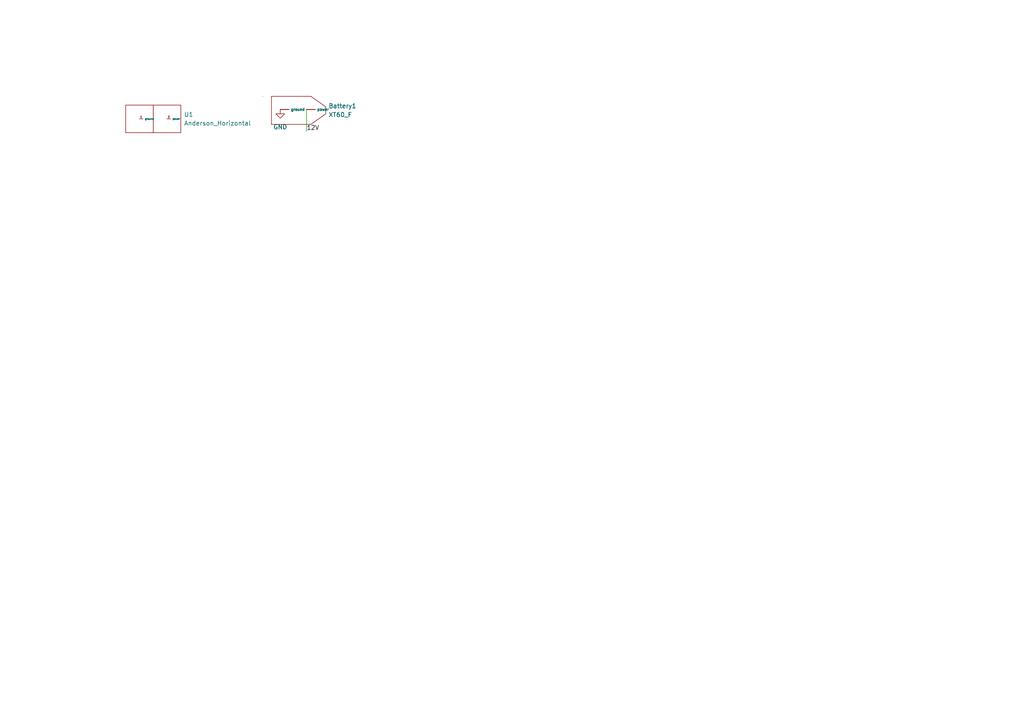
<source format=kicad_sch>
(kicad_sch (version 20211123) (generator eeschema)
  (paper "A4")
  (lib_symbols
    (symbol "PiE_Symbols:Anderson_Horizontal"
      (property "Reference" "U" (at 0 4.54 0))
      (property "Value" "Anderson_Horizontal" (at 0 2 0))
      (symbol "Anderson_Horizontal_0_1"
        (rectangle (start 0 0) (end -8 -8))
        (rectangle (start 0 0) (end 8 -8))
      )
      (symbol "Anderson_Horizontal_1_1"
        (pin passive line (at -4 -4 0) (length 1) (name "ground") (number "1"))
        (pin passive line (at 4 -4 0) (length 1) (name "power") (number "2"))
      )
    )
    (symbol "PiE_Symbols:XT60_F"
      (property "Reference" "U" (at 0 3.81 0))
      (property "Value" "XT60_F" (at 0 1.27 0))
      (symbol "XT60_F_0_1"
        (rectangle (start -2.54 0) (end -2.54 0))
        (polyline (pts (xy 0 -8.128) (xy 11.43 -8.128)))
        (polyline (pts (xy 0 0) (xy 0 -8.128)))
        (polyline (pts (xy 11.43 0) (xy 0 0)))
        (polyline (pts (xy 15.748 -3.048) (xy 11.43 0)))
        (polyline (pts (xy 15.748 -3.048) (xy 15.748 -5.08) (xy 11.43 -8.128)))
      )
      (symbol "XT60_F_1_1"
        (pin passive line (at 2.54 -3.81 0) (length 2.54) (name "ground") (number "1"))
        (pin passive line (at 10.16 -3.81 0) (length 2.54) (name "power") (number "2"))
      )
    )
    (symbol "power:GND" (power) (pin_names (offset 0))
      (property "Value" "GND" (at 0 -3.81 0))
      (symbol "GND_0_1"
        (polyline (pts (xy 0 0) (xy 0 -1.27) (xy 1.27 -1.27) (xy 0 -2.54) (xy -1.27 -1.27) (xy 0 -1.27)))
      )
      (symbol "GND_1_1"
        (pin power_in line (at 0 0 270) (length 0) hide (name "GND") (number "1"))
      )
    )
  )
  (wire (pts (xy 88.9 31.75) (xy 88.9 38.1)))
  (label "12V" (at 88.9 38.1 0))
  (symbol (lib_id "power:GND") (at 81.28 31.75 0) (unit 1)
    (property "Reference" "#PWR0101" (effects hide))
    (property "Value" "GND" (at 81.28 36.83 0))
  )
  (symbol (lib_id "PiE_Symbols:XT60_F") (at 78.74 27.94 0) (unit 1)
    (property "Reference" "Battery1" (at 95.25 30.7339 0) (effects (justify left)))
    (property "Value" "XT60_F" (at 95.25 33.2739 0) (effects (justify left)))
    (property "Footprint" "PiE_Footprints:XT60_F" (effects hide))
  )
  (symbol (lib_id "PiE_Symbols:Anderson_Horizontal") (at 44.45 30.48 0) (unit 1)
    (property "Reference" "U1" (at 53.34 33.2099 0) (effects (justify left)))
    (property "Value" "Anderson_Horizontal" (at 53.34 35.7499 0) (effects (justify left)))
    (property "Footprint" "PiE_Footprints:anderson_horizontal" (effects hide))
  )
)
</source>
